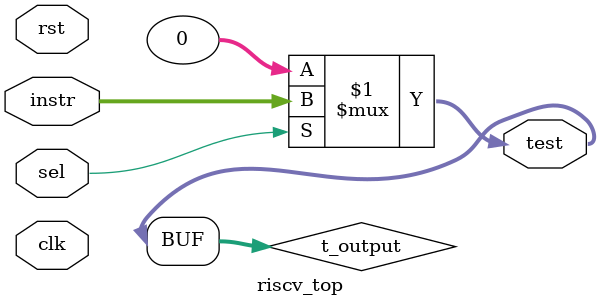
<source format=v>
`timescale 1ns / 1ps

parameter CPU_WIDTH = 32;
// parameter INSTRUCTION_MEM_DEPTH = 10;


module riscv_top(
   input            clk,
   input            rst,
   input [CPU_WIDTH-1:0]     instr,
   input            sel,
   output [CPU_WIDTH-1:0]    test
   );
   wire [CPU_WIDTH-1:0] t_output = sel ? instr : {CPU_WIDTH{1'b0}};


   assign test = t_output;
   

   // Makes no sense, just a register example.
   reg [CPU_WIDTH-1:0] instruction_mem;
   always @(posedge clk) begin
       if (rst) begin
           instruction_mem <= {CPU_WIDTH{1'b0}};
       end else begin
           instruction_mem <= instr;
       end
   end

endmodule

</source>
